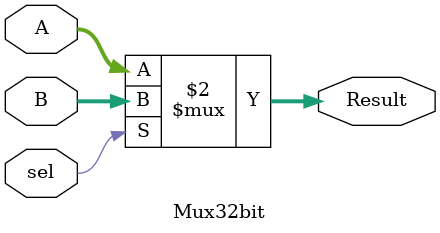
<source format=v>
`timescale 1ns / 1ps


module Mux32bit(
    input [31:0] A , 
    input [31:0] B , 
    input sel , 
    output [31:0] Result 
    );
    assign Result = (sel == 0) ? A : B ; 
endmodule

</source>
